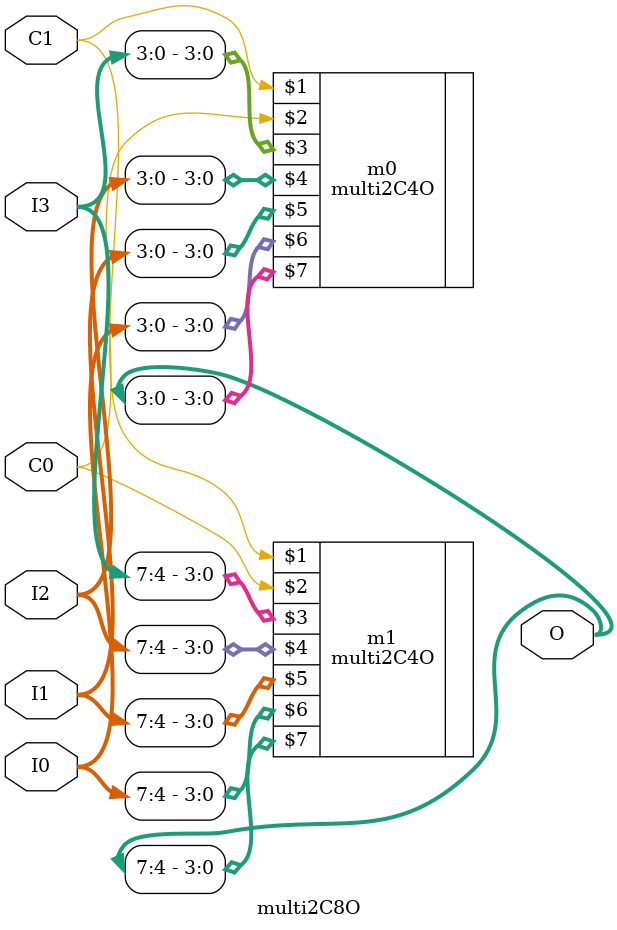
<source format=sv>
module multi2C8O (input logic C1, input logic C0, input logic [7:0] I3, 
	input logic[7:0] I2, input logic [7:0] I1, 
	input logic [7:0] I0, output logic [7:0] O);

	integer i;
	
	multi2C4O m0(C1,C0,I3[3:0],I2[3:0],I1[3:0],I0[3:0],O[3:0]);
	multi2C4O m1(C1,C0,I3[7:4],I2[7:4],I1[7:4],I0[7:4],O[7:4]);
	


endmodule
</source>
